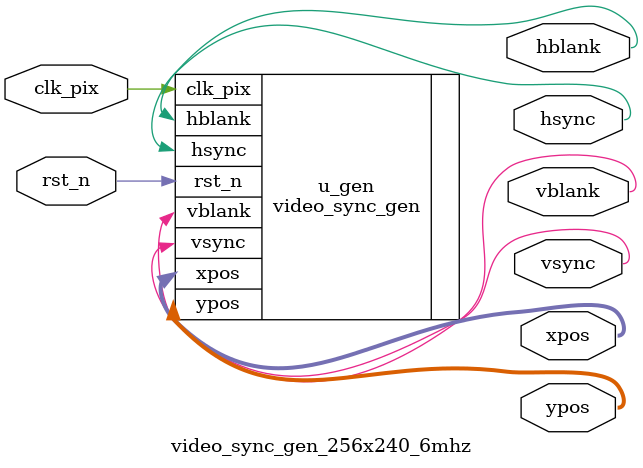
<source format=sv>
module video_sync_gen_256x240_6mhz (
  input  logic clk_pix,  // 6 MHz
  input  logic rst_n,
  output logic [7:0] xpos,  // 0..255
  output logic [7:0] ypos,  // 0..239
  output logic hblank, vblank, hsync, vsync
);
  video_sync_gen #(
    .H_TOTAL (384), .H_ACTIVE(256), .H_FP(16), .H_SYNC(32), .H_BP(80),
    .V_TOTAL (262), .V_ACTIVE(240), .V_FP(4),  .V_SYNC(3),  .V_BP(15),
    .HSYNC_ACTIVE_LOW(1), .VSYNC_ACTIVE_LOW(1)
  ) u_gen (
    .clk_pix, .rst_n, .xpos, .ypos, .hblank, .vblank, .hsync, .vsync
  );
endmodule
</source>
